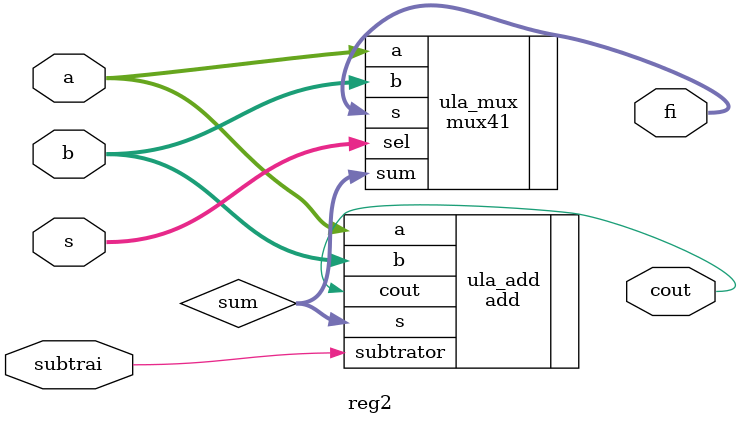
<source format=v>
module reg2 (
input	[2:0] a,
input   [2:0] b,
input	subtrai,
input	[1:0] s,
output   cout,
output  [2:0] fi);

    wire  [2:0]sum;

    add ula_add(   .a(a),
                    .b(b),
                    .subtrator(subtrai),
                    .cout(cout),
                    .s(sum)
                    );

    mux41 ula_mux(  .sel(s),
                    .a(a),
                    .b(b),
                    .sum(sum),
                    .s(fi));
    

endmodule
</source>
